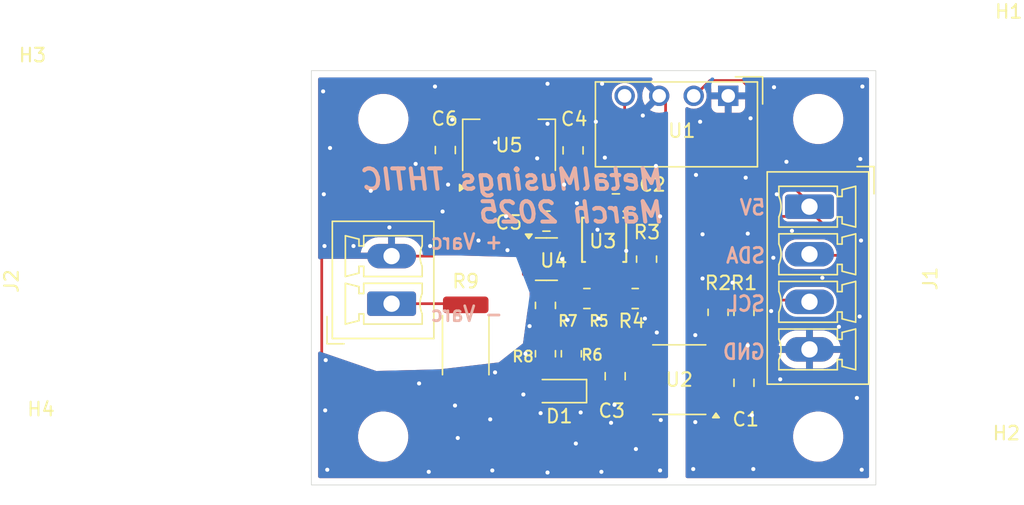
<source format=kicad_pcb>
(kicad_pcb (version 20240108) (generator "pcbnew") (generator_version "8.0")
  (title_block (comment 4 "AISLER Project ID: TCOKWDCI"))
  (layers (0 "F.Cu" signal) (31 "B.Cu" signal) (34 "B.Paste" user) (35 "F.Paste" user) (36 "B.SilkS" user "B.Silkscreen") (37 "F.SilkS" user "F.Silkscreen") (38 "B.Mask" user) (39 "F.Mask" user) (44 "Edge.Cuts" user))
  (net 0 "")
  (net 1 "GND")
  (net 2 "5V")
  (net 3 "GND_ISO")
  (net 4 "Net-(U1-+Vout)")
  (net 5 "VCC_ISO")
  (net 6 "Net-(J1-Pin_2)")
  (net 7 "Net-(J1-Pin_3)")
  (net 8 "Net-(U2-SDA2)")
  (net 9 "Net-(U2-SCL2)")
  (net 10 "Net-(J2-Pin_1)")
  (net 11 "Net-(R5-Pad2)")
  (net 12 "Net-(U4--)")
  (net 13 "Net-(D1-A)")
  (net 14 "Net-(U3-AIN1)")
  (footprint "Package_TO_SOT_SMD:SOT-23-5" (layer "F.Cu") (at 172.03 97.9405)
    (property "Reference" "U4" (at 0.5376 0.1035 0) (layer "F.SilkS"))
    (property "Value" "LMV321")
    (pad "1" smd roundrect (at -1.1375 -0.95) (size 1.325 0.6) (layers "F.Cu" "F.Paste" "F.Mask") (net 3 "GND_ISO"))
    (pad "2" smd roundrect (at -1.1375 0) (size 1.325 0.6) (layers "F.Cu" "F.Paste" "F.Mask") (net 3 "GND_ISO"))
    (pad "3" smd roundrect (at -1.1375 0.95) (size 1.325 0.6) (layers "F.Cu" "F.Paste" "F.Mask") (net 12 "Net-(U4--)"))
    (pad "4" smd roundrect (at 1.1375 0.95) (size 1.325 0.6) (layers "F.Cu" "F.Paste" "F.Mask") (net 11 "Net-(R5-Pad2)"))
    (pad "5" smd roundrect (at 1.1375 -0.95) (size 1.325 0.6) (layers "F.Cu" "F.Paste" "F.Mask") (net 5 "VCC_ISO"))
  )
  (footprint "MountingHole:MountingHole_3.2mm_M3" (layer "F.Cu") (at 192.024 87.63)
    (property "Reference" "H1" (at 14.0185 -7.9055 0) (layer "F.SilkS"))
    (property "Value" "MountingHole")
    (pad "" np_thru_hole circle (at 0 0) (size 3.2 3.2) (drill 3.2) (layers "*.Cu" "*.Mask"))
  )
  (footprint "Resistor_SMD:R_0805_2012Metric" (layer "F.Cu") (at 186.563 101.854 -90)
    (property "Reference" "R1" (at -2.159 0 180) (layer "F.SilkS"))
    (property "Value" "2k2")
    (pad "1" smd roundrect (at -0.9125 0 270) (size 1.025 1.4) (layers "F.Cu" "F.Paste" "F.Mask") (roundrect_rratio 0.243902) (net 2 "5V"))
    (pad "2" smd roundrect (at 0.9125 0 270) (size 1.025 1.4) (layers "F.Cu" "F.Paste" "F.Mask") (roundrect_rratio 0.243902) (net 6 "Net-(J1-Pin_2)"))
  )
  (footprint "Diode_SMD:D_SOD-323_HandSoldering" (layer "F.Cu") (at 172.974 107.649 180)
    (property "Reference" "D1" (at 0 -1.85 180) (layer "F.SilkS"))
    (property "Value" "5.1V Zener")
    (pad "1" smd roundrect (at -1.25 0 180) (size 1 1) (layers "F.Cu" "F.Paste" "F.Mask") (net 3 "GND_ISO"))
    (pad "2" smd roundrect (at 1.25 0 180) (size 1 1) (layers "F.Cu" "F.Paste" "F.Mask") (net 13 "Net-(D1-A)"))
  )
  (footprint "Capacitor_SMD:C_0805_2012Metric" (layer "F.Cu") (at 177.0888 106.553 90)
    (property "Reference" "C3" (at -2.54 -0.254 180) (layer "F.SilkS"))
    (property "Value" "100nF")
    (pad "1" smd roundrect (at -0.95 0 90) (size 1 1.45) (layers "F.Cu" "F.Paste" "F.Mask") (net 5 "VCC_ISO"))
    (pad "2" smd roundrect (at 0.95 0 90) (size 1 1.45) (layers "F.Cu" "F.Paste" "F.Mask") (net 3 "GND_ISO"))
  )
  (footprint "Capacitor_SMD:C_0805_2012Metric" (layer "F.Cu") (at 172.03 95.1465 180)
    (property "Reference" "C5" (at 2.7644 -0.1035 180) (layer "F.SilkS"))
    (property "Value" "100nF")
    (pad "1" smd roundrect (at -0.95 0 180) (size 1 1.45) (layers "F.Cu" "F.Paste" "F.Mask") (net 5 "VCC_ISO"))
    (pad "2" smd roundrect (at 0.95 0 180) (size 1 1.45) (layers "F.Cu" "F.Paste" "F.Mask") (net 3 "GND_ISO"))
  )
  (footprint "MountingHole:MountingHole_3.2mm_M3" (layer "F.Cu") (at 160.03 87.63)
    (property "Reference" "H3" (at -25.81 -4.694 0) (layer "F.SilkS"))
    (property "Value" "MountingHole")
    (pad "" np_thru_hole circle (at 0 0) (size 3.2 3.2) (drill 3.2) (layers "*.Cu" "*.Mask"))
  )
  (footprint "Resistor_SMD:R_0805_2012Metric" (layer "F.Cu") (at 175.006 100.838 180)
    (property "Reference" "R5" (at -0.889 -1.651 0) (layer "F.SilkS") (effects (font (size 0.8 0.7))))
    (property "Value" "47")
    (pad "1" smd roundrect (at -0.9125 0 180) (size 1.025 1.4) (layers "F.Cu" "F.Paste" "F.Mask") (roundrect_rratio 0.243902) (net 14 "Net-(U3-AIN1)"))
    (pad "2" smd roundrect (at 0.9125 0 180) (size 1.025 1.4) (layers "F.Cu" "F.Paste" "F.Mask") (roundrect_rratio 0.243902) (net 11 "Net-(R5-Pad2)"))
  )
  (footprint "Resistor_SMD:R_0805_2012Metric" (layer "F.Cu") (at 171.958 101.346 -90)
    (property "Reference" "R7" (at 1.143 -1.651 180) (layer "F.SilkS") (effects (font (size 0.8 0.7))))
    (property "Value" "100k")
    (pad "1" smd roundrect (at -0.9125 0 270) (size 1.025 1.4) (layers "F.Cu" "F.Paste" "F.Mask") (roundrect_rratio 0.243902) (net 11 "Net-(R5-Pad2)"))
    (pad "2" smd roundrect (at 0.9125 0 270) (size 1.025 1.4) (layers "F.Cu" "F.Paste" "F.Mask") (roundrect_rratio 0.243902) (net 12 "Net-(U4--)"))
  )
  (footprint "Package_SO:TSSOP-10_3x3mm_P0.5mm" (layer "F.Cu") (at 176.276 96.52 -90)
    (property "Reference" "U3" (at 0.1016 0.1016 180) (layer "F.SilkS"))
    (property "Value" "ADS1014IDGS")
    (pad "1" smd rect (at -2.15 -1 270) (size 1.1 0.25) (layers "F.Cu" "F.Paste" "F.Mask") (net 3 "GND_ISO"))
    (pad "2" smd rect (at -2.15 -0.5 270) (size 1.1 0.25) (layers "F.Cu" "F.Paste" "F.Mask"))
    (pad "3" smd rect (at -2.15 0 270) (size 1.1 0.25) (layers "F.Cu" "F.Paste" "F.Mask") (net 3 "GND_ISO"))
    (pad "4" smd rect (at -2.15 0.5 270) (size 1.1 0.25) (layers "F.Cu" "F.Paste" "F.Mask") (net 3 "GND_ISO"))
    (pad "5" smd rect (at -2.15 1 270) (size 1.1 0.25) (layers "F.Cu" "F.Paste" "F.Mask") (net 14 "Net-(U3-AIN1)"))
    (pad "6" smd rect (at 2.15 1 270) (size 1.1 0.25) (layers "F.Cu" "F.Paste" "F.Mask"))
    (pad "7" smd rect (at 2.15 0.5 270) (size 1.1 0.25) (layers "F.Cu" "F.Paste" "F.Mask"))
    (pad "8" smd rect (at 2.15 0 270) (size 1.1 0.25) (layers "F.Cu" "F.Paste" "F.Mask") (net 5 "VCC_ISO"))
    (pad "9" smd rect (at 2.15 -0.5 270) (size 1.1 0.25) (layers "F.Cu" "F.Paste" "F.Mask") (net 8 "Net-(U2-SDA2)"))
    (pad "10" smd rect (at 2.15 -1 270) (size 1.1 0.25) (layers "F.Cu" "F.Paste" "F.Mask") (net 9 "Net-(U2-SCL2)"))
  )
  (footprint "Resistor_SMD:R_0805_2012Metric" (layer "F.Cu") (at 179.396 97.9405 90)
    (property "Reference" "R3" (at 1.9793 0.0296 180) (layer "F.SilkS"))
    (property "Value" "2k2")
    (pad "1" smd roundrect (at -0.9125 0 90) (size 1.025 1.4) (layers "F.Cu" "F.Paste" "F.Mask") (roundrect_rratio 0.243902) (net 5 "VCC_ISO"))
    (pad "2" smd roundrect (at 0.9125 0 90) (size 1.025 1.4) (layers "F.Cu" "F.Paste" "F.Mask") (roundrect_rratio 0.243902) (net 9 "Net-(U2-SCL2)"))
  )
  (footprint "Package_SO:SOIC-8_3.9x4.9mm_P1.27mm" (layer "F.Cu") (at 181.802 106.807 180)
    (property "Reference" "U2" (at 0 0 0) (layer "F.SilkS"))
    (property "Value" "ISO1540")
    (pad "1" smd roundrect (at -2.475 -1.905 180) (size 1.95 0.6) (layers "F.Cu" "F.Paste" "F.Mask") (net 2 "5V"))
    (pad "2" smd roundrect (at -2.475 -0.635 180) (size 1.95 0.6) (layers "F.Cu" "F.Paste" "F.Mask") (net 6 "Net-(J1-Pin_2)"))
    (pad "3" smd roundrect (at -2.475 0.635 180) (size 1.95 0.6) (layers "F.Cu" "F.Paste" "F.Mask") (net 7 "Net-(J1-Pin_3)"))
    (pad "4" smd roundrect (at -2.475 1.905 180) (size 1.95 0.6) (layers "F.Cu" "F.Paste" "F.Mask") (net 1 "GND"))
    (pad "5" smd roundrect (at 2.475 1.905 180) (size 1.95 0.6) (layers "F.Cu" "F.Paste" "F.Mask") (net 3 "GND_ISO"))
    (pad "6" smd roundrect (at 2.475 0.635 180) (size 1.95 0.6) (layers "F.Cu" "F.Paste" "F.Mask") (net 9 "Net-(U2-SCL2)"))
    (pad "7" smd roundrect (at 2.475 -0.635 180) (size 1.95 0.6) (layers "F.Cu" "F.Paste" "F.Mask") (net 8 "Net-(U2-SDA2)"))
    (pad "8" smd roundrect (at 2.475 -1.905 180) (size 1.95 0.6) (layers "F.Cu" "F.Paste" "F.Mask") (net 5 "VCC_ISO"))
  )
  (footprint "MountingHole:MountingHole_3.2mm_M3" (layer "F.Cu") (at 160.02 110.998)
    (property "Reference" "H4" (at -25.175 -2.018 0) (layer "F.SilkS"))
    (property "Value" "MountingHole")
    (pad "" np_thru_hole circle (at 0 0) (size 3.2 3.2) (drill 3.2) (layers "*.Cu" "*.Mask"))
  )
  (footprint "Resistor_SMD:R_2512_6332Metric" (layer "F.Cu") (at 166.0915 104.267 -90)
    (property "Reference" "R9" (at -4.699 0 0) (layer "F.SilkS"))
    (property "Value" "100k")
    (pad "1" smd roundrect (at -2.9625 0 270) (size 1.225 3.35) (layers "F.Cu" "F.Paste" "F.Mask") (roundrect_rratio 0.204082) (net 10 "Net-(J2-Pin_1)"))
    (pad "2" smd roundrect (at 2.9625 0 270) (size 1.225 3.35) (layers "F.Cu" "F.Paste" "F.Mask") (roundrect_rratio 0.204082) (net 13 "Net-(D1-A)"))
  )
  (footprint "Connector_Phoenix_MC:PhoenixContact_MCV_1,5_2-G-3.5_1x02_P3.50mm_Vertical" (layer "F.Cu") (at 160.638 101.219 90)
    (property "Reference" "J2" (at 1.6625 -27.9615 90) (layer "F.SilkS"))
    (property "Value" "Plasma 200V")
    (pad "1" thru_hole roundrect (at 0 0 90) (size 1.8 3.6) (drill 1.2) (layers "*.Cu" "*.Mask") (roundrect_rratio 0.138889) (net 10 "Net-(J2-Pin_1)"))
    (pad "2" thru_hole oval (at 3.5 0 90) (size 1.8 3.6) (drill 1.2) (layers "*.Cu" "*.Mask") (net 3 "GND_ISO"))
  )
  (footprint "Capacitor_SMD:C_0805_2012Metric" (layer "F.Cu") (at 177.1396 92.4052 180)
    (property "Reference" "C2" (at -2.6924 -0.0508 0) (layer "F.SilkS"))
    (property "Value" "100nF")
    (pad "1" smd roundrect (at -0.95 0 180) (size 1 1.45) (layers "F.Cu" "F.Paste" "F.Mask") (net 5 "VCC_ISO"))
    (pad "2" smd roundrect (at 0.95 0 180) (size 1 1.45) (layers "F.Cu" "F.Paste" "F.Mask") (net 3 "GND_ISO"))
  )
  (footprint "Capacitor_SMD:C_0805_2012Metric" (layer "F.Cu") (at 164.592 89.916 -90)
    (property "Reference" "C6" (at -2.3095 0.0485 180) (layer "F.SilkS"))
    (property "Value" "10uF")
    (pad "1" smd roundrect (at -0.95 0 270) (size 1 1.45) (layers "F.Cu" "F.Paste" "F.Mask") (net 5 "VCC_ISO"))
    (pad "2" smd roundrect (at 0.95 0 270) (size 1 1.45) (layers "F.Cu" "F.Paste" "F.Mask") (net 3 "GND_ISO"))
  )
  (footprint "Capacitor_SMD:C_0805_2012Metric" (layer "F.Cu") (at 186.563 107.0375 90)
    (property "Reference" "C1" (at -2.6905 0.127 180) (layer "F.SilkS"))
    (property "Value" "100nF")
    (pad "1" smd roundrect (at -0.95 0 90) (size 1 1.45) (layers "F.Cu" "F.Paste" "F.Mask") (net 2 "5V"))
    (pad "2" smd roundrect (at 0.95 0 90) (size 1 1.45) (layers "F.Cu" "F.Paste" "F.Mask") (net 1 "GND"))
  )
  (footprint "Capacitor_SMD:C_0805_2012Metric" (layer "F.Cu") (at 173.99 89.941 90)
    (property "Reference" "C4" (at 2.3095 0.0785 180) (layer "F.SilkS"))
    (property "Value" "10uF")
    (pad "1" smd roundrect (at -0.95 0 90) (size 1 1.45) (layers "F.Cu" "F.Paste" "F.Mask") (net 4 "Net-(U1-+Vout)"))
    (pad "2" smd roundrect (at 0.95 0 90) (size 1 1.45) (layers "F.Cu" "F.Paste" "F.Mask") (net 3 "GND_ISO"))
  )
  (footprint "MountingHole:MountingHole_3.2mm_M3" (layer "F.Cu") (at 192.024 110.998)
    (property "Reference" "H2" (at 13.843 -0.254 0) (layer "F.SilkS"))
    (property "Value" "MountingHole")
    (pad "" np_thru_hole circle (at 0 0) (size 3.2 3.2) (drill 3.2) (layers "*.Cu" "*.Mask"))
  )
  (footprint "Package_TO_SOT_SMD:SOT-223-3_TabPin2" (layer "F.Cu") (at 169.277 89.56 90)
    (property "Reference" "U5" (at 0 0 0) (layer "F.SilkS"))
    (property "Value" "AMS1117-5")
    (pad "1" smd roundrect (at -3.15 -2.3 90) (size 2 1.5) (layers "F.Cu" "F.Paste" "F.Mask") (net 3 "GND_ISO"))
    (pad "2" smd roundrect (at -3.15 0 90) (size 2 1.5) (layers "F.Cu" "F.Paste" "F.Mask") (net 5 "VCC_ISO"))
    (pad "2" smd roundrect (at 3.15 0 90) (size 2 3.8) (layers "F.Cu" "F.Paste" "F.Mask") (net 5 "VCC_ISO"))
    (pad "3" smd roundrect (at -3.15 2.3 90) (size 2 1.5) (layers "F.Cu" "F.Paste" "F.Mask") (net 4 "Net-(U1-+Vout)"))
  )
  (footprint "Resistor_SMD:R_0805_2012Metric" (layer "F.Cu") (at 171.958 104.902 90)
    (property "Reference" "R8" (at -0.207 -1.651 180) (layer "F.SilkS") (effects (font (size 0.8 0.8))))
    (property "Value" "2k7")
    (pad "1" smd roundrect (at -0.9125 0 90) (size 1.025 1.4) (layers "F.Cu" "F.Paste" "F.Mask") (roundrect_rratio 0.243902) (net 13 "Net-(D1-A)"))
    (pad "2" smd roundrect (at 0.9125 0 90) (size 1.025 1.4) (layers "F.Cu" "F.Paste" "F.Mask") (roundrect_rratio 0.243902) (net 3 "GND_ISO"))
  )
  (footprint "Resistor_SMD:R_0805_2012Metric" (layer "F.Cu") (at 178.562 100.838 180)
    (property "Reference" "R4" (at 0.254 -1.651 0) (layer "F.SilkS"))
    (property "Value" "2k2")
    (pad "1" smd roundrect (at -0.9125 0 180) (size 1.025 1.4) (layers "F.Cu" "F.Paste" "F.Mask") (roundrect_rratio 0.243902) (net 5 "VCC_ISO"))
    (pad "2" smd roundrect (at 0.9125 0 180) (size 1.025 1.4) (layers "F.Cu" "F.Paste" "F.Mask") (roundrect_rratio 0.243902) (net 8 "Net-(U2-SDA2)"))
  )
  (footprint "Converter_DCDC:Converter_DCDC_TRACO_TEA1-xxxx_THT" (layer "F.Cu") (at 185.4045 85.9265 -90)
    (property "Reference" "U1" (at 2.569 3.4135 0) (layer "F.SilkS"))
    (property "Value" "B0509S-1WR3")
    (pad "1" thru_hole rect (at 0 0 270) (size 1.5 1.5) (drill 1) (layers "*.Cu" "*.Mask") (net 1 "GND"))
    (pad "2" thru_hole circle (at 0 2.54 270) (size 1.5 1.5) (drill 1) (layers "*.Cu" "*.Mask") (net 2 "5V"))
    (pad "3" thru_hole circle (at 0 5.08 270) (size 1.5 1.5) (drill 1) (layers "*.Cu" "*.Mask") (net 3 "GND_ISO"))
    (pad "4" thru_hole circle (at 0 7.62 270) (size 1.5 1.5) (drill 1) (layers "*.Cu" "*.Mask") (net 4 "Net-(U1-+Vout)"))
  )
  (footprint "Resistor_SMD:R_0805_2012Metric" (layer "F.Cu") (at 184.658 101.854 -90)
    (property "Reference" "R2" (at -2.159 0 180) (layer "F.SilkS"))
    (property "Value" "2k2")
    (pad "1" smd roundrect (at -0.9125 0 270) (size 1.025 1.4) (layers "F.Cu" "F.Paste" "F.Mask") (roundrect_rratio 0.243902) (net 2 "5V"))
    (pad "2" smd roundrect (at 0.9125 0 270) (size 1.025 1.4) (layers "F.Cu" "F.Paste" "F.Mask") (roundrect_rratio 0.243902) (net 7 "Net-(J1-Pin_3)"))
  )
  (footprint "Connector_Phoenix_MC:PhoenixContact_MCV_1,5_4-G-3.5_1x04_P3.50mm_Vertical" (layer "F.Cu") (at 191.3815 94.0815 -90)
    (property "Reference" "J1" (at 5.293 -8.89 90) (layer "F.SilkS"))
    (property "Value" "Conn_01x04_Pin")
    (pad "1" thru_hole roundrect (at 0 0 270) (size 1.8 3.6) (drill 1.2) (layers "*.Cu" "*.Mask") (roundrect_rratio 0.138889) (net 2 "5V"))
    (pad "2" thru_hole oval (at 3.5 0 270) (size 1.8 3.6) (drill 1.2) (layers "*.Cu" "*.Mask") (net 6 "Net-(J1-Pin_2)"))
    (pad "3" thru_hole oval (at 7 0 270) (size 1.8 3.6) (drill 1.2) (layers "*.Cu" "*.Mask") (net 7 "Net-(J1-Pin_3)"))
    (pad "4" thru_hole oval (at 10.5 0 270) (size 1.8 3.6) (drill 1.2) (layers "*.Cu" "*.Mask") (net 1 "GND"))
  )
  (footprint "Resistor_SMD:R_0805_2012Metric" (layer "F.Cu") (at 173.863 104.902 -90)
    (property "Reference" "R6" (at 0.08 -1.524 0) (layer "F.SilkS") (effects (font (size 0.8 0.8))))
    (property "Value" "100k")
    (pad "1" smd roundrect (at -0.9125 0 270) (size 1.025 1.4) (layers "F.Cu" "F.Paste" "F.Mask") (roundrect_rratio 0.243902) (net 12 "Net-(U4--)"))
    (pad "2" smd roundrect (at 0.9125 0 270) (size 1.025 1.4) (layers "F.Cu" "F.Paste" "F.Mask") (roundrect_rratio 0.243902) (net 13 "Net-(D1-A)"))
  )
  (gr_rect (start 154.7345 84.074) (end 196.2635 114.554) (stroke (width 0.05)) (fill none) (layer "Edge.Cuts"))
  (gr_text "MetalMusings THTIC\nMarch 2025" (at 180.848 95.377 0) (layer "B.SilkS") (effects (font (size 1.5 1.5) (thickness 0.3) (bold yes) (italic yes)) (justify left bottom mirror)))
  (gr_text "+ Varc\n\n\n- Varc\n" (at 168.91 102.616 0) (layer "B.SilkS") (effects (font (size 1.1 1) (thickness 0.2) (bold yes)) (justify left bottom mirror)))
  (gr_text "5V\n\nSDA\n\nSCL\n\nGND" (at 188.214 105.41 0) (layer "B.SilkS") (effects (font (size 1.1 1) (thickness 0.2) (bold yes)) (justify left bottom mirror)))
  (segment (start 183.515 96.1136) (end 183.515 88.9357) (width 0.2) (layer "F.Cu") (net 1))
  (segment (start 186.69 105.622) (end 186.563 105.749) (width 0.2) (layer "F.Cu") (net 1))
  (segment (start 185.547 86.9037) (end 185.547 85.9265) (width 0.2) (layer "F.Cu") (net 1))
  (segment (start 186.69 105.622) (end 186.69 106.088) (width 0.2) (layer "F.Cu") (net 1))
  (segment (start 186.69 105.156) (end 186.69 105.622) (width 0.2) (layer "F.Cu") (net 1))
  (segment (start 184.277 104.013) (end 183.515 103.251) (width 0.2) (layer "F.Cu") (net 1))
  (segment (start 183.515 103.251) (end 183.515 99.3648) (width 0.2) (layer "F.Cu") (net 1))
  (segment (start 183.515 88.9357) (end 185.547 86.9037) (width 0.2) (layer "F.Cu") (net 1))
  (segment (start 186.436 104.902) (end 186.69 105.156) (width 0.2) (layer "F.Cu") (net 1))
  (segment (start 184.277 104.902) (end 186.436 104.902) (width 0.2) (layer "F.Cu") (net 1))
  (segment (start 183.515 99.3648) (end 183.515 96.1136) (width 0.2) (layer "F.Cu") (net 1))
  (segment (start 184.277 104.902) (end 184.277 104.013) (width 0.2) (layer "F.Cu") (net 1))
  (via (at 182.8292 113.3856) (size 0.6) (drill 0.3) (layers "F.Cu" "B.Cu") (net 1))
  (via (at 182.9816 103.5304) (size 0.6) (drill 0.3) (layers "F.Cu" "B.Cu") (net 1))
  (via (at 188.561 101.761) (size 0.6) (drill 0.3) (layers "F.Cu" "B.Cu") (net 1))
  (via (at 188.7728 85.2932) (size 0.6) (drill 0.3) (layers "F.Cu" "B.Cu") (net 1))
  (via (at 190.0936 95.8596) (size 0.6) (drill 0.3) (layers "F.Cu" "B.Cu") (net 1))
  (via (at 187.1472 109.4232) (size 0.6) (drill 0.3) (layers "F.Cu" "B.Cu") (net 1))
  (via (at 193.548 102.9208) (size 0.6) (drill 0.3) (layers "F.Cu" "B.Cu") (net 1))
  (via (at 186.8424 104.2924) (size 0.6) (drill 0.3) (layers "F.Cu" "B.Cu") (net 1))
  (via (at 187.0456 87.5792) (size 0.6) (drill 0.3) (layers "F.Cu" "B.Cu") (net 1))
  (via (at 187.2488 113.3856) (size 0.6) (drill 0.3) (layers "F.Cu" "B.Cu") (net 1))
  (via (at 185.7248 99.6696) (size 0.6) (drill 0.3) (layers "F.Cu" "B.Cu") (net 1))
  (via (at 188.976 93.1672) (size 0.6) (drill 0.3) (layers "F.Cu" "B.Cu") (net 1))
  (via (at 195.1228 90.5764) (size 0.6) (drill 0.3) (layers "F.Cu" "B.Cu") (net 1))
  (via (at 186.8424 96.0628) (size 0.6) (drill 0.3) (layers "F.Cu" "B.Cu") (net 1))
  (via (at 183.515 99.3648) (size 0.6) (drill 0.3) (layers "F.Cu" "B.Cu") (net 1))
  (via (at 194.8688 108.1532) (size 0.6) (drill 0.3) (layers "F.Cu" "B.Cu") (net 1))
  (via (at 195.1736 96.5708) (size 0.6) (drill 0.3) (layers "F.Cu" "B.Cu") (net 1))
  (via (at 188.722 97.8408) (size 0.6) (drill 0.3) (layers "F.Cu" "B.Cu") (net 1))
  (via (at 189.23 106.7816) (size 0.6) (drill 0.3) (layers "F.Cu" "B.Cu") (net 1))
  (via (at 195.2752 85.2424) (size 0.6) (drill 0.3) (layers "F.Cu" "B.Cu") (net 1))
  (via (at 192.3288 99.314) (size 0.6) (drill 0.3) (layers "F.Cu" "B.Cu") (net 1))
  (via (at 183.0324 91.7448) (size 0.6) (drill 0.3) (layers "F.Cu" "B.Cu") (net 1))
  (via (at 189.6872 90.7796) (size 0.6) (drill 0.3) (layers "F.Cu" "B.Cu") (net 1))
  (via (at 195.072 102.1588) (size 0.6) (drill 0.3) (layers "F.Cu" "B.Cu") (net 1))
  (via (at 183.515 96.1136) (size 0.6) (drill 0.3) (layers "F.Cu" "B.Cu") (net 1))
  (via (at 195.2244 113.4364) (size 0.6) (drill 0.3) (layers "F.Cu" "B.Cu") (net 1))
  (via (at 186.69 91.948) (size 0.6) (drill 0.3) (layers "F.Cu" "B.Cu") (net 1))
  (via (at 183.3372 87.8332) (size 0.6) (drill 0.3) (layers "F.Cu" "B.Cu") (net 1))
  (via (at 182.9816 109.9312) (size 0.6) (drill 0.3) (layers "F.Cu" "B.Cu") (net 1))
  (segment (start 188.6555 104.5815) (end 188.561 104.487) (width 0.2) (layer "B.Cu") (net 1))
  (segment (start 188.561 101.761) (end 185.4045 98.6045) (width 0.2) (layer "B.Cu") (net 1))
  (segment (start 188.561 104.487) (end 188.561 101.761) (width 0.2) (layer "B.Cu") (net 1))
  (segment (start 191.3815 104.5815) (end 188.6555 104.5815) (width 0.2) (layer "B.Cu") (net 1))
  (segment (start 185.4045 98.6045) (end 185.4045 85.9265) (width 0.2) (layer "B.Cu") (net 1))
  (segment (start 186.43 84.8003) (end 184.059 84.8003) (width 0.2) (layer "F.Cu") (net 2))
  (segment (start 194.31 105.41) (end 191.732 107.988) (width 0.2) (layer "F.Cu") (net 2))
  (segment (start 191.508 93.9545) (end 188.07 90.5162) (width 0.2) (layer "F.Cu") (net 2))
  (segment (start 186.69 107.988) (end 191.732 107.988) (width 0.2) (layer "F.Cu") (net 2))
  (segment (start 194.31 97.282) (end 194.31 105.41) (width 0.2) (layer "F.Cu") (net 2))
  (segment (start 184.059 84.8003) (end 183.007 85.852) (width 0.2) (layer "F.Cu") (net 2))
  (segment (start 185.966 108.712) (end 184.277 108.712) (width 0.2) (layer "F.Cu") (net 2))
  (segment (start 192.718 95.6902) (end 194.31 97.282) (width 0.2) (layer "F.Cu") (net 2))
  (segment (start 189.3 94.7989) (end 186.563 97.536) (width 0.2) (layer "F.Cu") (net 2))
  (segment (start 186.563 97.536) (end 186.563 100.9415) (width 0.2) (layer "F.Cu") (net 2))
  (segment (start 191.827 94.7989) (end 192.718 95.6902) (width 0.2) (layer "F.Cu") (net 2))
  (segment (start 186.563 100.942) (end 184.6585 100.942) (width 0.2) (layer "F.Cu") (net 2))
  (segment (start 191.382 94.7989) (end 189.3 94.7989) (width 0.2) (layer "F.Cu") (net 2))
  (segment (start 188.07 86.4404) (end 186.43 84.8003) (width 0.2) (layer "F.Cu") (net 2))
  (segment (start 188.07 90.5162) (end 188.07 86.4404) (width 0.2) (layer "F.Cu") (net 2))
  (segment (start 186.69 107.988) (end 185.966 108.712) (width 0.2) (layer "F.Cu") (net 2))
  (segment (start 174.851 95.22) (end 174.2748 94.6438) (width 0.2) (layer "F.Cu") (net 3))
  (segment (start 175.0313 96.5311) (end 175.0118 96.5507) (width 0.2) (layer "F.Cu") (net 3))
  (segment (start 171.08 95.1465) (end 171.08 96.803) (width 0.2) (layer "F.Cu") (net 3))
  (segment (start 164.062 90.3354) (end 164.602 90.3354) (width 0.2) (layer "F.Cu") (net 3))
  (segment (start 176.276 95.2217) (end 176.276 95.2202) (width 0.2) (layer "F.Cu") (net 3))
  (segment (start 163.653 97.719) (end 163.96 97.4121) (width 0.2) (layer "F.Cu") (net 3))
  (segment (start 174.142 109.421) (end 170.533 113.03) (width 0.2) (layer "F.Cu") (net 3))
  (segment (start 173.99 88.0772) (end 173.99 88.991) (width 0.2) (layer "F.Cu") (net 3))
  (segment (start 166.977 92.71) (end 169.060908 94.794292) (width 0.2) (layer "F.Cu") (net 3))
  (segment (start 171.958 103.9895) (end 170.7877 103.9895) (width 0.2) (layer "F.Cu") (net 3))
  (segment (start 165.133 90.866) (end 166.977 92.71) (width 0.2) (layer "F.Cu") (net 3))
  (segment (start 173.1772 97.9405) (end 170.8925 97.9405) (width 0.2) (layer "F.Cu") (net 3))
  (segment (start 179.327 104.162) (end 180.1493 103.3397) (width 0.2) (layer "F.Cu") (net 3))
  (segment (start 175.7862 95.7762) (end 175.1766 96.3858) (width 0.2) (layer "F.Cu") (net 3))
  (segment (start 170.892 97.4655) (end 170.892 97.466) (width 0.2) (layer "F.Cu") (net 3))
  (segment (start 175.863 95.6994) (end 175.7862 95.7762) (width 0.2) (layer "F.Cu") (net 3))
  (segment (start 174.2748 93.8276) (end 174.2748 93.346486) (width 0.2) (layer "F.Cu") (net 3))
  (segment (start 175.216086 92.4052) (end 176.1896 92.4052) (width 0.2) (layer "F.Cu") (net 3))
  (segment (start 163.531 88.4981) (end 166.927 85.1021) (width 0.2) (layer "F.Cu") (net 3))
  (segment (start 177.276 94.37) (end 177.276 95.2217) (width 0.2) (layer "F.Cu") (net 3))
  (segment (start 164.602 90.3354) (end 165.133 90.866) (width 0.2) (layer "F.Cu") (net 3))
  (segment (start 175.776 94.37) (end 175.776 95.1131) (width 0.2) (layer "F.Cu") (net 3))
  (segment (start 166.881 97.4121) (end 169.147 95.1465) (width 0.2) (layer "F.Cu") (net 3))
  (segment (start 176.278 95.2217) (end 176.276 95.2202) (width 0.2) (layer "F.Cu") (net 3))
  (segment (start 164.4396 106.2736) (end 162.5855 108.1277) (width 0.2) (layer "F.Cu") (net 3))
  (segment (start 170.892 97.2275) (end 170.892 97.228) (width 0.2) (layer "F.Cu") (net 3))
  (segment (start 164.062 90.3354) (end 163.531 89.8048) (width 0.2) (layer "F.Cu") (net 3))
  (segment (start 175.0411 96.5213) (end 175.0313 96.5311) (width 0.2) (layer "F.Cu") (net 3))
  (segment (start 168.5036 106.2736) (end 168.2496 106.2736) (width 0.2) (layer "F.Cu") (net 3))
  (segment (start 170.892 97.2275) (end 170.892 97.109) (width 0.2) (layer "F.Cu") (net 3))
  (segment (start 170.7877 103.9895) (end 168.5036 106.2736) (width 0.2) (layer "F.Cu") (net 3))
  (segment (start 175.776 95.1131) (end 175.863 95.2003) (width 0.2) (layer "F.Cu") (net 3))
  (segment (start 166.927 85.1021) (end 171.015 85.1021) (width 0.2) (layer "F.Cu") (net 3))
  (segment (start 170.892 97.228) (end 170.892 97.4655) (width 0.2) (layer "F.Cu") (net 3))
  (segment (start 169.147 95.1465) (end 171.08 95.1465) (width 0.2) (layer "F.Cu") (net 3))
  (segment (start 179.127 84.7656) (end 177.302 84.7656) (width 0.2) (layer "F.Cu") (net 3))
  (segment (start 175.863 95.2217) (end 175.863 95.6994) (width 0.2) (layer "F.Cu") (net 3))
  (segment (start 175.1766 96.3858) (end 175.046 96.5164) (width 0.2) (layer "F.Cu") (net 3))
  (segment (start 175.863 95.2217) (end 176.276 95.2217) (width 0.2) (layer "F.Cu") (net 3))
  (segment (start 168.2496 106.2736) (end 164.4396 106.2736) (width 0.2) (layer "F.Cu") (net 3))
  (segment (start 177.302 84.7656) (end 173.99 88.0772) (width 0.2) (layer "F.Cu") (net 3))
  (segment (start 175.863 95.2003) (end 175.8433 95.22) (width 0.2) (layer "F.Cu") (net 3))
  (segment (start 175.8433 95.22) (end 174.851 95.22) (width 0.2) (layer "F.Cu") (net 3))
  (segment (start 175.046 96.5164) (end 175.0411 96.5213) (width 0.2) (layer "F.Cu") (net 3))
  (segment (start 163.531 89.8048) (end 163.531 88.4981) (width 0.2) (layer "F.Cu") (net 3))
  (segment (start 177.276 95.2217) (end 176.278 95.2217) (width 0.2) (layer "F.Cu") (net 3))
  (segment (start 155.499 105.08) (end 155.499 97.8662) (width 0.2) (layer "F.Cu") (net 3))
  (segment (start 167.437 113.03) (end 165.5065 111.0995) (width 0.2) (layer "F.Cu") (net 3))
  (segment (start 162.5855 108.1785) (end 161.652 107.245) (width 0.2) (layer "F.Cu") (net 3))
  (segment (start 170.892 97.466) (end 170.892 97.9405) (width 0.2) (layer "F.Cu") (net 3))
  (segment (start 169.147 94.8804) (end 169.147 95.1465) (width 0.2) (layer "F.Cu") (net 3))
  (segment (start 163.96 97.4121) (end 166.881 97.4121) (width 0.2) (layer "F.Cu") (net 3))
  (segment (start 169.060908 94.794292) (end 169.147 94.8804) (width 0.2) (layer "F.Cu") (net 3))
  (segment (start 177.165 104.902) (end 179.327 104.902) (width 0.2) (layer "F.Cu") (net 3))
  (segment (start 164.592 90.866) (end 164.062 90.3354) (width 0.2) (layer "F.Cu") (net 3))
  (segment (start 171.015 85.1021) (end 173.99 88.0772) (width 0.2) (layer "F.Cu") (net 3))
  (segment (start 170.533 113.03) (end 167.437 113.03) (width 0.2) (layer "F.Cu") (net 3))
  (segment (start 155.499 97.8662) (end 155.646 97.719) (width 0.2) (layer "F.Cu") (net 3))
  (segment (start 174.2748 94.6438) (end 174.2748 93.8276) (width 0.2) (layer "F.Cu") (net 3))
  (segment (start 157.664 107.245) (end 155.7909 105.3719) (width 0.2) (layer "F.Cu") (net 3))
  (segment (start 161.652 107.245) (end 157.664 107.245) (width 0.2) (layer "F.Cu") (net 3))
  (segment (start 175.863 95.2003) (end 175.863 95.2217) (width 0.2) (layer "F.Cu") (net 3))
  (segment (start 162.5855 108.1277) (end 162.5855 108.1785) (width 0.2) (layer "F.Cu") (net 3))
  (segment (start 180.796 102.693) (end 180.796 86.181) (width 0.2) (layer "F.Cu") (net 3))
  (segment (start 180.213 85.852) (end 179.127 84.7656) (width 0.2) (layer "F.Cu") (net 3))
  (segment (start 179.327 104.902) (end 179.327 104.162) (width 0.2) (layer "F.Cu") (net 3))
  (segment (start 176.276 94.37) (end 176.276 95.2202) (width 0.2) (layer "F.Cu") (net 3))
  (segment (start 180.1493 103.3397) (end 180.796 102.693) (width 0.2) (layer "F.Cu") (net 3))
  (segment (start 177.165 105.252) (end 177.165 104.902) (width 0.2) (layer "F.Cu") (net 3))
  (segment (start 174.2748 93.346486) (end 175.216086 92.4052) (width 0.2) (layer "F.Cu") (net 3))
  (segment (start 165.5065 111.0995) (end 162.5855 108.1785) (width 0.2) (layer "F.Cu") (net 3))
  (segment (start 174.142 107.731) (end 174.142 109.421) (width 0.2) (layer "F.Cu") (net 3))
  (segment (start 155.646 97.719) (end 160.638 97.719) (width 0.2) (layer "F.Cu") (net 3))
  (segment (start 155.7909 105.3719) (end 155.499 105.08) (width 0.2) (layer "F.Cu") (net 3))
  (segment (start 160.638 97.719) (end 163.653 97.719) (width 0.2) (layer "F.Cu") (net 3))
  (segment (start 173.622 97.9405) (end 173.1772 97.9405) (width 0.2) (layer "F.Cu") (net 3))
  (segment (start 175.0118 96.5507) (end 173.622 97.9405) (width 0.2) (layer "F.Cu") (net 3))
  (via (at 173.1772 97.9405) (size 0.6) (drill 0.3) (layers "F.Cu" "B.Cu") (net 3))
  (via (at 168.2496 89.3572) (size 0.6) (drill 0.3) (layers "F.Cu" "B.Cu") (net 3))
  (via (at 160.4772 95.6056) (size 0.6) (drill 0.3) (layers "F.Cu" "B.Cu") (net 3))
  (via (at 169.164 97.282) (size 0.6) (drill 0.3) (layers "F.Cu" "B.Cu") (net 3))
  (via (at 179.2732 102.3112) (size 0.6) (drill 0.3) (layers "F.Cu" "B.Cu") (net 3))
  (via (at 170.4848 104.902) (size 0.6) (drill 0.3) (layers "F.Cu" "B.Cu") (net 3))
  (via (at 174.5488 109.22) (size 0.6) (drill 0.3) (layers "F.Cu" "B.Cu") (net 3))
  (via (at 172.1104 87.9856) (size 0.6) (drill 0.3) (layers "F.Cu" "B.Cu") (net 3))
  (via (at 169.060908 94.794292) (size 0.6) (drill 0.3) (layers "F.Cu" "B.Cu") (net 3))
  (via (at 176.1236 85.0392) (size 0.6) (drill 0.3) (layers "F.Cu" "B.Cu") (net 3))
  (via (at 172.1104 113.6396) (size 0.6) (drill 0.3) (layers "F.Cu" "B.Cu") (net 3))
  (via (at 165.3032 108.712) (size 0.6) (drill 0.3) (layers "F.Cu" "B.Cu") (net 3))
  (via (at 176.0728 113.5888) (size 0.6) (drill 0.3) (layers "F.Cu" "B.Cu") (net 3))
  (via (at 180.086 91.0844) (size 0.6) (drill 0.3) (layers "F.Cu" "B.Cu") (net 3))
  (via (at 165.5065 111.0995) (size 0.6) (drill 0.3) (layers "F.Cu" "B.Cu") (net 3))
  (via (at 168.0464 113.4872) (size 0.6) (drill 0.3) (layers "F.Cu" "B.Cu") (net 3))
  (via (at 165.1 87.6808) (size 0.6) (drill 0.3) (layers "F.Cu" "B.Cu") (net 3))
  (via (at 163.3728 113.5888) (size 0.6) (drill 0.3) (layers "F.Cu" "B.Cu") (net 3))
  (via (at 171.6024 109.2708) (size 0.6) (drill 0.3) (layers "F.Cu" "B.Cu") (net 3))
  (via (at 155.9052 113.4364) (size 0.6) (drill 0.3) (layers "F.Cu" "B.Cu") (net 3))
  (via (at 155.6004 85.598) (size 0.6) (drill 0.3) (layers "F.Cu" "B.Cu") (net 3))
  (via (at 174.1932 111.506) (size 0.6) (drill 0.3) (layers "F.Cu" "B.Cu") (net 3))
  (via (at 155.6512 93.1672) (size 0.6) (drill 0.3) (layers "F.Cu" "B.Cu") (net 3))
  (via (at 163.4744 96.9772) (size 0.6) (drill 0.3) (layers "F.Cu" "B.Cu") (net 3))
  (via (at 172.1104 85.0392) (size 0.6) (drill 0.3) (layers "F.Cu" "B.Cu") (net 3))
  (via (at 175.8696 102.3112) (size 0.6) (drill 0.3) (layers "F.Cu" "B.Cu") (net 3))
  (via (at 176.784 109.982) (size 0.6) (drill 0.3) (layers "F.Cu" "B.Cu") (net 3))
  (via (at 167.894 109.728) (size 0.6) (drill 0.3) (layers "F.Cu" "B.Cu") (net 3))
  (via (at 171.3484 90.5256) (size 0.6) (drill 0.3) (layers "F.Cu" "B.Cu") (net 3))
  (via (at 174.2748 93.8276) (size 0.6) (drill 0.3) (layers "F.Cu" "B.Cu") (net 3))
  (via (at 180.3908 113.4872) (size 0.6) (drill 0.3) (layers "F.Cu" "B.Cu") (net 3))
  (via (at 173.5836 102.4128) (size 0.6) (drill 0.3) (layers "F.Cu" "B.Cu") (net 3))
  (via (at 156.1084 89.7636) (size 0.6) (drill 0.3) (layers "F.Cu" "B.Cu") (net 3))
  (via (at 164.7952 92.456) (size 0.6) (drill 0.3) (layers "F.Cu" "B.Cu") (net 3))
  (via (at 155.702 96.9772) (size 0.6) (drill 0.3) (layers "F.Cu" "B.Cu") (net 3))
  (via (at 164.3888 94.4372) (size 0.6) (drill 0.3) (layers "F.Cu" "B.Cu") (net 3))
  (via (at 175.6664 87.8332) (size 0.6) (drill 0.3) (layers "F.Cu" "B.Cu") (net 3))
  (via (at 155.7909 105.3719) (size 0.6) (drill 0.3) (layers "F.Cu" "B.Cu") (net 3))
  (via (at 168.2496 106.2736) (size 0.6) (drill 0.3) (layers "F.Cu" "B.Cu") (net 3))
  (via (at 179.1208 87.376) (size 0.6) (drill 0.3) (layers "F.Cu" "B.Cu") (net 3))
  (via (at 163.83 85.2424) (size 0.6) (drill 0.3) (layers "F.Cu" "B.Cu") (net 3))
  (via (at 177.9016 97.3328) (size 0.6) (drill 0.3) (layers "F.Cu" "B.Cu") (net 3))
  (via (at 175.7862 95.7762) (size 0.6) (drill 0.3) (layers "F.Cu" "B.Cu") (net 3))
  (via (at 170.7896 102.87) (size 0.6) (drill 0.3) (layers "F.Cu" "B.Cu") (net 3))
  (via (at 157.8356 96.9772) (size 0.6) (drill 0.3) (layers "F.Cu" "B.Cu") (net 3))
  (via (at 176.3268 90.4748) (size 0.6) (drill 0.3) (layers "F.Cu" "B.Cu") (net 3))
  (via (at 180.3908 94.7928) (size 0.6) (drill 0.3) (layers "F.Cu" "B.Cu") (net 3))
  (via (at 177.038 108.6612) (size 0.6) (drill 0.3) (layers "F.Cu" "B.Cu") (net 3))
  (via (at 167.0304 96.5708) (size 0.6) (drill 0.3) (layers "F.Cu" "B.Cu") (net 3))
  (via (at 155.7528 109.0676) (size 0.6) (drill 0.3) (layers "F.Cu" "B.Cu") (net 3))
  (via (at 170.3324 107.8992) (size 0.6) (drill 0.3) (layers "F.Cu" "B.Cu") (net 3))
  (via (at 180.4416 109.7788) (size 0.6) (drill 0.3) (layers "F.Cu" "B.Cu") (net 3))
  (via (at 159.1056 92.9132) (size 0.6) (drill 0.3) (layers "F.Cu" "B.Cu") (net 3))
  (via (at 173.3296 92.456) (size 0.6) (drill 0.3) (layers "F.Cu" "B.Cu") (net 3))
  (via (at 180.1493 103.3397) (size 0.6) (drill 0.3) (layers "F.Cu" "B.Cu") (net 3))
  (via (at 178.6128 111.9124) (size 0.6) (drill 0.3) (layers "F.Cu" "B.Cu") (net 3))
  (via (at 162.4076 90.932) (size 0.6) (drill 0.3) (layers "F.Cu" "B.Cu") (net 3))
  (via (at 162.6616 107.0864) (size 0.6) (drill 0.3) (layers "F.Cu" "B.Cu") (net 3))
  (segment (start 172.486 91.8005) (end 171.577 92.71) (width 0.2) (layer "F.Cu") (net 4))
  (segment (start 172.9411 91.3457) (end 173.5353 91.3457) (width 0.2) (layer "F.Cu") (net 4))
  (segment (start 177.784 87.0965) (end 173.99 90.891) (width 0.2) (layer "F.Cu") (net 4))
  (segment (start 173.5353 91.3457) (end 173.99 90.891) (width 0.2) (layer "F.Cu") (net 4))
  (segment (start 173.396 90.891) (end 172.9411 91.3457) (width 0.2) (layer "F.Cu") (net 4))
  (segment (start 172.9411 91.3457) (end 172.486 91.8005) (width 0.2) (layer "F.Cu") (net 4))
  (segment (start 177.784 86.5455) (end 177.784 87.0965) (width 0.2) (layer "F.Cu") (net 4))
  (segment (start 172.98 95.1465) (end 172.547 95.5796) (width 0.2) (layer "F.Cu") (net 5))
  (segment (start 175.6754 91.3802) (end 177.0646 91.3802) (width 0.2) (layer "F.Cu") (net 5))
  (segment (start 173.168 96.9905) (end 172.858 96.6802) (width 0.2) (layer "F.Cu") (net 5))
  (segment (start 179.327 108.712) (end 178.246 108.712) (width 0.2) (layer "F.Cu") (net 5))
  (segment (start 172.97795 94.07765) (end 175.6754 91.3802) (width 0.2) (layer "F.Cu") (net 5))
  (segment (start 178.0896 92.4052) (end 178.535178 92.850778) (width 0.2) (layer "F.Cu") (net 5))
  (segment (start 177.0646 91.3802) (end 178.0896 92.4052) (width 0.2) (layer "F.Cu") (net 5))
  (segment (start 178.246 108.712) (end 177.089 107.555) (width 0.2) (layer "F.Cu") (net 5))
  (segment (start 175.619 107.555) (end 175.264 107.2) (width 0.2) (layer "F.Cu") (net 5))
  (segment (start 167.512 90.9446) (end 169.277 92.71) (width 0.2) (layer "F.Cu") (net 5))
  (segment (start 171.888 94.0544) (end 172.98 95.1465) (width 0.2) (layer "F.Cu") (net 5))
  (segment (start 175.264 107.2) (end 175.264 104.644) (width 0.2) (layer "F.Cu") (net 5))
  (segment (start 172.97795 95.14445) (end 172.97795 94.07765) (width 0.2) (layer "F.Cu") (net 5))
  (segment (start 176.276 97.79) (end 176.276 98.67) (width 0.2) (layer "F.Cu") (net 5))
  (segment (start 164.592 88.966) (end 165.533 88.966) (width 0.2) (layer "F.Cu") (net 5))
  (segment (start 172.858 96.6802) (end 173.168 96.9902) (width 0.2) (layer "F.Cu") (net 5))
  (segment (start 169.277 92.71) (end 170.621 94.0544) (width 0.2) (layer "F.Cu") (net 5))
  (segment (start 172.547 96.3699) (end 172.858 96.6802) (width 0.2) (layer "F.Cu") (net 5))
  (segment (start 178.535178 92.850778) (end 178.535178 96.180678) (width 0.2) (layer "F.Cu") (net 5))
  (segment (start 175.264 104.644) (end 176.837 103.071) (width 0.2) (layer "F.Cu") (net 5))
  (segment (start 177.089 107.555) (end 175.619 107.555) (width 0.2) (layer "F.Cu") (net 5))
  (segment (start 176.837 103.071) (end 176.837 100.153256) (width 0.2) (layer "F.Cu") (net 5))
  (segment (start 172.547 95.5796) (end 172.547 96.3699) (width 0.2) (layer "F.Cu") (net 5))
  (segment (start 176.837 100.153256) (end 176.276 99.592256) (width 0.2) (layer "F.Cu") (net 5))
  (segment (start 165.533 88.966) (end 166.127 89.56) (width 0.2) (layer "F.Cu") (net 5))
  (segment (start 180.396 97.853) (end 180.396 96.4681) (width 0.2) (layer "F.Cu") (net 5))
  (segment (start 178.562 96.2075) (end 177.858 96.2075) (width 0.2) (layer "F.Cu") (net 5))
  (segment (start 180.396 96.4681) (end 180.135 96.2075) (width 0.2) (layer "F.Cu") (net 5))
  (segment (start 166.127 89.56) (end 167.512 90.9446) (width 0.2) (layer "F.Cu") (net 5))
  (segment (start 177.858 96.2075) (end 176.276 97.79) (width 0.2) (layer "F.Cu") (net 5))
  (segment (start 179.396 98.853) (end 179.396 100.532) (width 0.2) (layer "F.Cu") (net 5))
  (segment (start 180.135 96.2075) (end 178.9684 96.2075) (width 0.2) (layer "F.Cu") (net 5))
  (segment (start 170.621 94.0544) (end 171.888 94.0544) (width 0.2) (layer "F.Cu") (net 5))
  (segment (start 179.396 98.853) (end 180.396 97.853) (width 0.2) (layer "F.Cu") (net 5))
  (segment (start 178.535178 96.180678) (end 178.562 96.2075) (width 0.2) (layer "F.Cu") (net 5))
  (segment (start 166.127 89.56) (end 169.277 86.41) (width 0.2) (layer "F.Cu") (net 5))
  (segment (start 178.9684 96.2075) (end 178.562 96.2075) (width 0.2) (layer "F.Cu") (net 5))
  (segment (start 172.98 95.1465) (end 172.97795 95.14445) (width 0.2) (layer "F.Cu") (net 5))
  (segment (start 176.276 99.592256) (end 176.276 98.67) (width 0.2) (layer "F.Cu") (net 5))
  (segment (start 193.802 98.0632) (end 193.802 101.333) (width 0.2) (layer "F.Cu") (net 6))
  (segment (start 188.138 106.756) (end 187.706 107.188) (width 0.2) (layer "F.Cu") (net 6))
  (segment (start 188.138 102.946) (end 188.138 103.683) (width 0.2) (layer "F.Cu") (net 6))
  (segment (start 191.717 97.663) (end 193.402 97.663) (width 0.2) (layer "F.Cu") (net 6))
  (segment (start 188.138 103.683) (end 187.222 102.766) (width 0.2) (layer "F.Cu") (net 6))
  (segment (start 188.138 103.683) (end 188.138 106.756) (width 0.2) (layer "F.Cu") (net 6))
  (segment (start 187.706 107.188) (end 187.682 107.212) (width 0.15) (layer "F.Cu") (net 6))
  (segment (start 184.277 107.442) (end 185.547 107.442) (width 0.2) (layer "F.Cu") (net 6))
  (segment (start 187.222 102.766) (end 186.564 102.766) (width 0.2) (layer "F.Cu") (net 6))
  (segment (start 193.802 101.333) (end 192.773 102.362) (width 0.2) (layer "F.Cu") (net 6))
  (segment (start 187.682 107.212) (end 185.776 107.212) (width 0.15) (layer "F.Cu") (net 6))
  (segment (start 192.773 102.362) (end 188.722 102.362) (width 0.2) (layer "F.Cu") (net 6))
  (segment (start 193.402 97.663) (end 193.802 98.0632) (width 0.2) (layer "F.Cu") (net 6))
  (segment (start 185.776 107.212) (end 185.547 107.442) (width 0.15) (layer "F.Cu") (net 6))
  (segment (start 188.722 102.362) (end 188.138 102.946) (width 0.2) (layer "F.Cu") (net 6))
  (segment (start 185.635 106.862) (end 184.945 106.172) (width 0.15) (layer "F.Cu") (net 7))
  (segment (start 191.254 100.954) (end 188.478 100.954) (width 0.2) (layer "F.Cu") (net 7))
  (segment (start 187.145 103.579) (end 187.715 104.149) (width 0.2) (layer "F.Cu") (net 7))
  (segment (start 185.878 103.579) (end 187.145 103.579) (width 0.2) (layer "F.Cu") (net 7))
  (segment (start 188.478 100.954) (end 187.679 101.754) (width 0.2) (layer "F.Cu") (net 7))
  (segment (start 185.155 103.264) (end 185.563 103.264) (width 0.2) (layer "F.Cu") (net 7))
  (segment (start 186.075 101.754) (end 184.906 102.923) (width 0.2) (layer "F.Cu") (net 7))
  (segment (start 184.906 103.015) (end 185.155 103.264) (width 0.2) (layer "F.Cu") (net 7))
  (segment (start 187.715 104.149) (end 187.715 106.572) (width 0.2) (layer "F.Cu") (net 7))
  (segment (start 185.563 103.264) (end 185.878 103.579) (width 0.2) (layer "F.Cu") (net 7))
  (segment (start 187.425 106.862) (end 185.635 106.862) (width 0.15) (layer "F.Cu") (net 7))
  (segment (start 187.715 106.572) (end 187.425 106.862) (width 0.15) (layer "F.Cu") (net 7))
  (segment (start 187.679 101.754) (end 186.075 101.754) (width 0.2) (layer "F.Cu") (net 7))
  (segment (start 177.65 101.37) (end 177.65 102.967) (width 0.2) (layer "F.Cu") (net 8))
  (segment (start 177.975 106.728) (end 176.022 106.728) (width 0.15) (layer "F.Cu") (net 8))
  (segment (start 175.664 104.953) (end 175.664 106.253) (width 0.2) (layer "F.Cu") (net 8))
  (segment (start 178.562 107.315) (end 177.975 106.728) (width 0.15) (layer "F.Cu") (net 8))
  (segment (start 177.65 102.967) (end 175.664 104.953) (width 0.2) (layer "F.Cu") (net 8))
  (segment (start 176.776 99.397114) (end 176.776 98.67) (width 0.2) (layer "F.Cu") (net 8))
  (segment (start 175.664 106.253) (end 175.787 106.377) (width 0.2) (layer "F.Cu") (net 8))
  (segment (start 175.787 106.493) (end 176.022 106.728) (width 0.2) (layer "F.Cu") (net 8))
  (segment (start 175.787 106.377) (end 175.787 106.493) (width 0.2) (layer "F.Cu") (net 8))
  (segment (start 177.65 100.838) (end 177.65 100.271114) (width 0.2) (layer "F.Cu") (net 8))
  (segment (start 177.65 100.271114) (end 176.776 99.397114) (width 0.2) (layer "F.Cu") (net 8))
  (segment (start 177.754 98.67) (end 179.396 97.028) (width 0.2) (layer "F.Cu") (net 9))
  (segment (start 177.276 98.67) (end 178.392 99.786) (width 0.2) (layer "F.Cu") (net 9))
  (segment (start 176.064 105.118) (end 176.064 106.088) (width 0.2) (layer "F.Cu") (net 9))
  (segment (start 178.181 106.172) (end 177.975 106.378) (width 0.15) (layer "F.Cu") (net 9))
  (segment (start 178.462 102.72) (end 176.064 105.118) (width 0.2) (layer "F.Cu") (net 9))
  (segment (start 178.392 100.082) (end 178.462 100.153) (width 0.2) (layer "F.Cu") (net 9))
  (segment (start 176.339 106.378) (end 176.204 106.244) (width 0.15) (layer "F.Cu") (net 9))
  (segment (start 178.462 100.153) (end 178.462 102.72) (width 0.2) (layer "F.Cu") (net 9))
  (segment (start 177.975 106.378) (end 176.339 106.378) (width 0.15) (layer "F.Cu") (net 9))
  (segment (start 176.204 106.228) (end 176.204 106.244) (width 0.2) (layer "F.Cu") (net 9))
  (segment (start 177.276 98.67) (end 177.754 98.67) (width 0.2) (layer "F.Cu") (net 9))
  (segment (start 179.327 106.172) (end 178.181 106.172) (width 0.15) (layer "F.Cu") (net 9))
  (segment (start 178.392 99.786) (end 178.392 100.082) (width 0.2) (layer "F.Cu") (net 9))
  (segment (start 176.064 106.088) (end 176.204 106.228) (width 0.2) (layer "F.Cu") (net 9))
  (segment (start 166.006 101.219) (end 160.638 101.219) (width 0.2) (layer "F.Cu") (net 10))
  (segment (start 174.0935 100.838) (end 173.168 100.838) (width 0.2) (layer "F.Cu") (net 11))
  (segment (start 172.72 100.838) (end 173.168 100.838) (width 0.2) (layer "F.Cu") (net 11))
  (segment (start 173.168 100.838) (end 173.168 99.9716) (width 0.2) (layer "F.Cu") (net 11))
  (segment (start 173.1675 99.9711) (end 173.1675 98.8905) (width 0.2) (layer "F.Cu") (net 11))
  (segment (start 173.168 99.9716) (end 173.168 99.1052) (width 0.2) (layer "F.Cu") (net 11))
  (segment (start 173.168 99.9716) (end 173.1675 99.9711) (width 0.2) (layer "F.Cu") (net 11))
  (segment (start 172.316 100.434) (end 172.72 100.838) (width 0.2) (layer "F.Cu") (net 11))
  (segment (start 172.517 102.817) (end 171.958 102.258) (width 0.2) (layer "F.Cu") (net 12))
  (segment (start 173.689 103.99) (end 172.517 102.817) (width 0.2) (layer "F.Cu") (net 12))
  (segment (start 171.958 102.258) (end 170.892 101.193) (width 0.2) (layer "F.Cu") (net 12))
  (segment (start 170.892 101.193) (end 170.892 98.8905) (width 0.2) (layer "F.Cu") (net 12))
  (segment (start 172.517 102.817) (end 172.516 102.817) (width 0.2) (layer "F.Cu") (net 12))
  (segment (start 172.516 102.817) (end 172.237 102.5375) (width 0.2) (layer "F.Cu") (net 12))
  (segment (start 170.62 108.754) (end 171.724 107.649) (width 0.2) (layer "F.Cu") (net 13))
  (segment (start 167.616 108.754) (end 170.62 108.754) (width 0.2) (layer "F.Cu") (net 13))
  (segment (start 171.724 107.649) (end 171.724 106.206) (width 0.2) (layer "F.Cu") (net 13))
  (segment (start 166.092 107.23) (end 167.616 108.754) (width 0.2) (layer "F.Cu") (net 13))
  (segment (start 173.99 105.814) (end 171.958 105.814) (width 0.2) (layer "F.Cu") (net 13))
  (segment (start 177.708 95.596) (end 175.484 97.82) (width 0.2) (layer "F.Cu") (net 14))
  (segment (start 175.276 93.62) (end 175.376 93.52) (width 0.2) (layer "F.Cu") (net 14))
  (segment (start 175.484 97.82) (end 174.851 97.82) (width 0.2) (layer "F.Cu") (net 14))
  (segment (start 174.851 97.82) (end 174.851 99.52) (width 0.2) (layer "F.Cu") (net 14))
  (segment (start 177.708 93.527) (end 177.701 93.52) (width 0.2) (layer "F.Cu") (net 14))
  (segment (start 177.708 95.596) (end 177.708 93.527) (width 0.2) (layer "F.Cu") (net 14))
  (segment (start 175.918 100.3784) (end 175.918 100.838) (width 0.2) (layer "F.Cu") (net 14))
  (segment (start 174.851 99.52) (end 175.0596 99.52) (width 0.2) (layer "F.Cu") (net 14))
  (segment (start 175.0596 99.52) (end 175.918 100.3784) (width 0.2) (layer "F.Cu") (net 14))
  (segment (start 175.276 94.37) (end 175.276 93.62) (width 0.2) (layer "F.Cu") (net 14))
  (segment (start 177.701 93.52) (end 175.376 93.52) (width 0.2) (layer "F.Cu") (net 14))
  (zone (net 0) (net_name "") (layer "F.Cu") (connect_pads (clearance 0)) (min_thickness 0.25)
    (keepout (tracks allowed) (vias allowed) (pads allowed) (copperpour not_allowed) (footprints allowed))
    (fill (thermal_gap 0.5) (thermal_bridge_width 0.5) (island_removal_mode 1) (island_area_min 10))
    (polygon (pts (xy 179.959 97.79) (xy 179.324 100.203) (xy 174.9806 100.0252) (xy 175.1076 98.6282) (xy 178.435 98.425) (xy 178.562 97.282)))
  )
  (zone (net 0) (net_name "") (layer "F.Cu") (connect_pads (clearance 0)) (min_thickness 0.25)
    (keepout (tracks allowed) (vias allowed) (pads allowed) (copperpour not_allowed) (footprints allowed))
    (fill (thermal_gap 0.5) (thermal_bridge_width 0.5) (island_removal_mode 1) (island_area_min 10))
    (polygon (pts (xy 169.418 98.806) (xy 170.942 98.933) (xy 170.815 100.457) (xy 169.291 100.33)))
  )
  (zone (net 0) (net_name "") (layer "F.Cu") (connect_pads (clearance 0)) (min_thickness 0.25)
    (keepout (tracks allowed) (vias allowed) (pads allowed) (copperpour not_allowed) (footprints allowed))
    (fill (thermal_gap 0.5) (thermal_bridge_width 0.5) (island_removal_mode 1) (island_area_min 10))
    (polygon (pts (xy 171.831 103.5615) (xy 175.133 103.6885) (xy 175.006 106.6095) (xy 172.72 107.2445) (xy 172.085 105.5935)))
  )
  (zone (net 0) (net_name "") (layers "F&B.Cu") (connect_pads (clearance 0)) (min_thickness 0.25)
    (keepout (tracks allowed) (vias allowed) (pads allowed) (copperpour not_allowed) (footprints allowed))
    (fill (thermal_gap 0.5) (thermal_bridge_width 0.5) (island_removal_mode 1) (island_area_min 10))
    (polygon (pts (xy 181.991 84.455) (xy 184.404 84.328) (xy 182.753 86.106) (xy 181.61 85.344)))
  )
  (zone (net 1) (net_name "GND") (layers "F&B.Cu") (priority 1) (connect_pads (clearance 0)) (min_thickness 0.25) (fill yes (thermal_gap 0.5) (thermal_bridge_width 0.5) (island_removal_mode 1) (island_area_min 10))
    (polygon (pts (xy 182.245 84.074) (xy 196.215 84.074) (xy 196.215 114.554) (xy 182.2704 114.554)))
  )
  (zone (net 0) (net_name "") (layers "F&B.Cu") (connect_pads (clearance 0)) (min_thickness 0.25)
    (keepout (tracks allowed) (vias not_allowed) (pads allowed) (copperpour not_allowed) (footprints allowed))
    (fill (thermal_gap 0.5) (thermal_bridge_width 0.5) (island_removal_mode 1) (island_area_min 10))
    (polygon (pts (xy 159.258 97.917) (xy 161.29 97.663) (xy 165.354 97.663) (xy 169.799 97.79) (xy 170.815 100.457) (xy 170.307 104.14) (xy 168.529 105.537) (xy 164.211 106.045) (xy 159.512 106.172) (xy 155.448 104.775) (xy 155.448 97.917)))
  )
  (zone (net 3) (net_name "GND_ISO") (layers "F&B.Cu") (connect_pads (clearance 0)) (min_thickness 0.25) (fill yes (thermal_gap 0.5) (thermal_bridge_width 0.5) (island_removal_mode 1) (island_area_min 10))
    (polygon (pts (xy 180.975 84.074) (xy 180.975 114.554) (xy 154.7368 114.6048) (xy 154.686 84.074)))
  )
)
</source>
